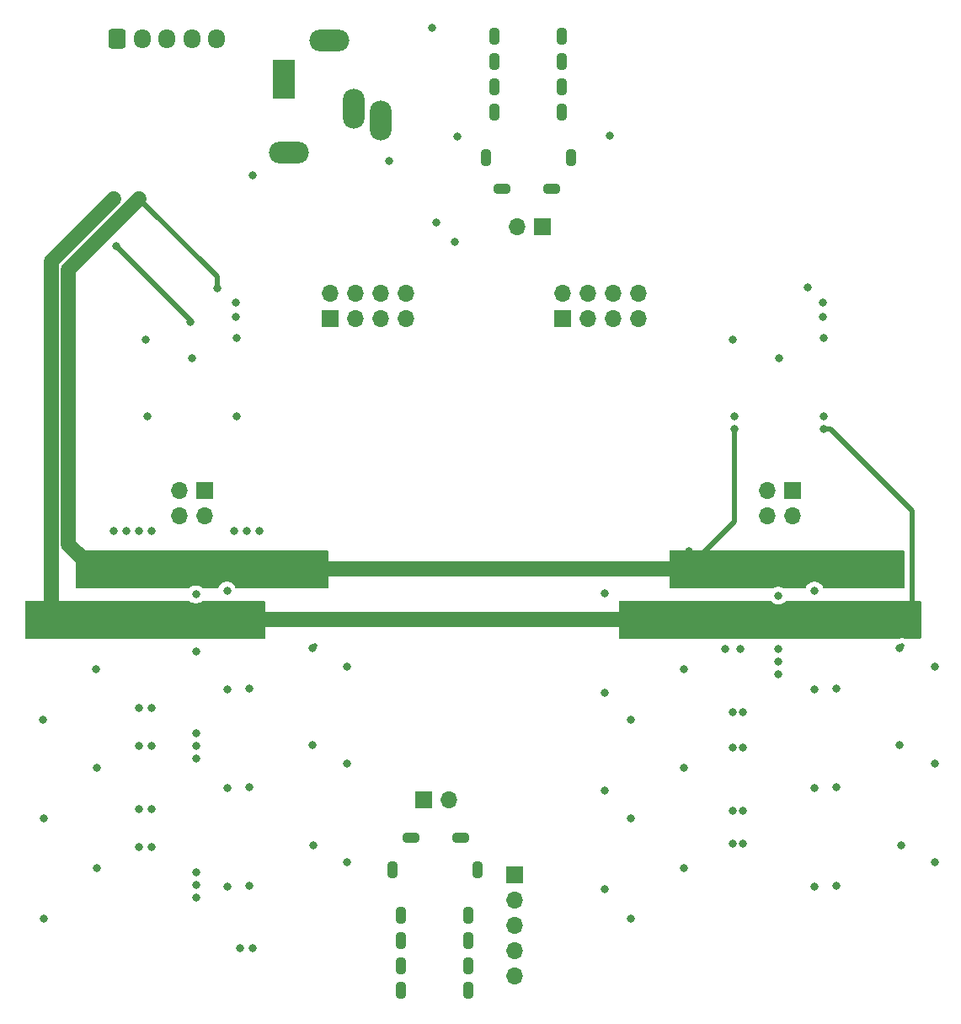
<source format=gbr>
%TF.GenerationSoftware,KiCad,Pcbnew,7.0.7*%
%TF.CreationDate,2024-01-11T22:16:13+01:00*%
%TF.ProjectId,NCBalOPHeadAmp,4e434261-6c4f-4504-9865-6164416d702e,rev?*%
%TF.SameCoordinates,Original*%
%TF.FileFunction,Copper,L3,Inr*%
%TF.FilePolarity,Positive*%
%FSLAX46Y46*%
G04 Gerber Fmt 4.6, Leading zero omitted, Abs format (unit mm)*
G04 Created by KiCad (PCBNEW 7.0.7) date 2024-01-11 22:16:13*
%MOMM*%
%LPD*%
G01*
G04 APERTURE LIST*
G04 Aperture macros list*
%AMRoundRect*
0 Rectangle with rounded corners*
0 $1 Rounding radius*
0 $2 $3 $4 $5 $6 $7 $8 $9 X,Y pos of 4 corners*
0 Add a 4 corners polygon primitive as box body*
4,1,4,$2,$3,$4,$5,$6,$7,$8,$9,$2,$3,0*
0 Add four circle primitives for the rounded corners*
1,1,$1+$1,$2,$3*
1,1,$1+$1,$4,$5*
1,1,$1+$1,$6,$7*
1,1,$1+$1,$8,$9*
0 Add four rect primitives between the rounded corners*
20,1,$1+$1,$2,$3,$4,$5,0*
20,1,$1+$1,$4,$5,$6,$7,0*
20,1,$1+$1,$6,$7,$8,$9,0*
20,1,$1+$1,$8,$9,$2,$3,0*%
G04 Aperture macros list end*
%TA.AperFunction,ComponentPad*%
%ADD10R,1.700000X1.700000*%
%TD*%
%TA.AperFunction,ComponentPad*%
%ADD11O,1.700000X1.700000*%
%TD*%
%TA.AperFunction,ComponentPad*%
%ADD12O,1.100000X1.800000*%
%TD*%
%TA.AperFunction,ComponentPad*%
%ADD13O,1.800000X1.100000*%
%TD*%
%TA.AperFunction,ComponentPad*%
%ADD14RoundRect,0.250000X-0.600000X-0.725000X0.600000X-0.725000X0.600000X0.725000X-0.600000X0.725000X0*%
%TD*%
%TA.AperFunction,ComponentPad*%
%ADD15O,1.700000X1.950000*%
%TD*%
%TA.AperFunction,ComponentPad*%
%ADD16O,2.200000X4.000000*%
%TD*%
%TA.AperFunction,ComponentPad*%
%ADD17O,4.000000X2.200000*%
%TD*%
%TA.AperFunction,ComponentPad*%
%ADD18R,2.200000X4.000000*%
%TD*%
%TA.AperFunction,ViaPad*%
%ADD19C,0.800000*%
%TD*%
%TA.AperFunction,Conductor*%
%ADD20C,0.500000*%
%TD*%
%TA.AperFunction,Conductor*%
%ADD21C,1.500000*%
%TD*%
G04 APERTURE END LIST*
D10*
%TO.N,/In_pre_R_+*%
%TO.C,J12*%
X158115000Y-79629000D03*
D11*
%TO.N,/In_R_unbal_filtered*%
X158115000Y-77089000D03*
%TO.N,/In_pre_R_+*%
X160655000Y-79629000D03*
%TO.N,/In_R+_bal_filtered*%
X160655000Y-77089000D03*
%TO.N,/In_pre_R_-*%
X163195000Y-79629000D03*
%TO.N,/In_R-_bal_filtered*%
X163195000Y-77089000D03*
%TO.N,GND*%
X165735000Y-79629000D03*
%TO.N,N/C*%
X165735000Y-77089000D03*
%TD*%
D10*
%TO.N,/Out_L_+*%
%TO.C,J6*%
X153282800Y-135524000D03*
D11*
%TO.N,/Out_L_-*%
X153282800Y-138064000D03*
%TO.N,/Out_R_+*%
X153282800Y-140604000D03*
%TO.N,/Out_R_-*%
X153282800Y-143144000D03*
%TO.N,GND*%
X153282800Y-145684000D03*
%TD*%
D12*
%TO.N,GND*%
%TO.C,J7*%
X141883800Y-147124000D03*
X148683800Y-147124000D03*
D13*
%TO.N,/Out_L_+*%
X142883800Y-131774000D03*
X147883800Y-131774000D03*
D12*
%TO.N,/Out_L_-*%
X141883800Y-139514000D03*
X148683800Y-139514000D03*
%TO.N,/Out_R_+*%
X141883800Y-142054000D03*
X148683800Y-142054000D03*
%TO.N,/Out_R_-*%
X141883800Y-144594000D03*
X148683800Y-144594000D03*
%TO.N,Net-(J9-Pin_2)*%
X149563800Y-134974000D03*
%TO.N,Net-(J9-Pin_1)*%
X141013800Y-134974000D03*
%TD*%
D14*
%TO.N,VEE*%
%TO.C,J4*%
X113364000Y-51500000D03*
D15*
X115864000Y-51500000D03*
%TO.N,GND*%
X118364000Y-51500000D03*
%TO.N,VCC*%
X120864000Y-51500000D03*
X123364000Y-51500000D03*
%TD*%
D10*
%TO.N,/In_pre_L_+*%
%TO.C,J10*%
X134757000Y-79634000D03*
D11*
%TO.N,/In_L_unbal_filtered*%
X134757000Y-77094000D03*
%TO.N,/In_pre_L_+*%
X137297000Y-79634000D03*
%TO.N,/In_L+_bal_filtered*%
X137297000Y-77094000D03*
%TO.N,/In_pre_L_-*%
X139837000Y-79634000D03*
%TO.N,/In_L-_bal_filtered*%
X139837000Y-77094000D03*
%TO.N,GND*%
X142377000Y-79634000D03*
%TO.N,N/C*%
X142377000Y-77094000D03*
%TD*%
D12*
%TO.N,GND*%
%TO.C,J1*%
X158086000Y-51250000D03*
X151286000Y-51250000D03*
D13*
%TO.N,/In_L+_bal*%
X157086000Y-66600000D03*
X152086000Y-66600000D03*
D12*
%TO.N,/In_L-_bal*%
X158086000Y-58860000D03*
X151286000Y-58860000D03*
%TO.N,/In_R+_bal*%
X158086000Y-56320000D03*
X151286000Y-56320000D03*
%TO.N,/In_R-_bal*%
X158086000Y-53780000D03*
X151286000Y-53780000D03*
%TO.N,Net-(J8-Pin_2)*%
X150406000Y-63400000D03*
%TO.N,Net-(J8-Pin_1)*%
X158956000Y-63400000D03*
%TD*%
D16*
%TO.N,/In_R_unbal*%
%TO.C,J11*%
X139889500Y-59695000D03*
%TO.N,unconnected-(J11-PadRN)*%
X137189500Y-58495000D03*
D17*
%TO.N,GND*%
X134689500Y-51695000D03*
D18*
%TO.N,/In_L_unbal*%
X130089500Y-55595000D03*
D17*
%TO.N,unconnected-(J11-PadTN)*%
X130589500Y-62895000D03*
%TD*%
D10*
%TO.N,/Out_pre_R_+*%
%TO.C,J2*%
X181229800Y-96901000D03*
D11*
%TO.N,/In_out_R_+*%
X181229800Y-99441000D03*
%TO.N,/Out_pre_R_-*%
X178689800Y-96901000D03*
%TO.N,/In_out_R_-*%
X178689800Y-99441000D03*
%TD*%
D10*
%TO.N,Net-(J8-Pin_1)*%
%TO.C,J8*%
X156086000Y-70417000D03*
D11*
%TO.N,Net-(J8-Pin_2)*%
X153546000Y-70417000D03*
%TD*%
D10*
%TO.N,/Out_pre_L_+*%
%TO.C,J5*%
X122169800Y-96901000D03*
D11*
%TO.N,/In_out_L_+*%
X122169800Y-99441000D03*
%TO.N,/Out_pre_L_-*%
X119629800Y-96901000D03*
%TO.N,/In_out_L_-*%
X119629800Y-99441000D03*
%TD*%
D10*
%TO.N,Net-(J9-Pin_1)*%
%TO.C,J9*%
X144164800Y-127957000D03*
D11*
%TO.N,Net-(J9-Pin_2)*%
X146704800Y-127957000D03*
%TD*%
D19*
%TO.N,VCC*%
X132980500Y-112712800D03*
X133107500Y-132524800D03*
X170865500Y-102992300D03*
X170357500Y-134806100D03*
X170357500Y-105088100D03*
X111286000Y-134806100D03*
X170379000Y-124773100D03*
X192151000Y-132524800D03*
X158750000Y-104775000D03*
X182753000Y-76454000D03*
X170331500Y-114867100D03*
X191829300Y-104775000D03*
X115570000Y-67564000D03*
X120871800Y-83566000D03*
X123411800Y-76581000D03*
X111307500Y-124773100D03*
X192024000Y-122491800D03*
X111286000Y-105088100D03*
X192024000Y-112712800D03*
X179892800Y-83566000D03*
X132980500Y-122491800D03*
X175403600Y-90741200D03*
X132785800Y-104775000D03*
X111260000Y-114867100D03*
%TO.N,GND*%
X176022000Y-112776000D03*
X140716000Y-63754000D03*
X125095000Y-100965000D03*
X136499800Y-114554000D03*
X126365000Y-100965000D03*
X184420600Y-89471200D03*
X179832000Y-114046000D03*
X124407700Y-126746600D03*
X115570000Y-118745000D03*
X184420600Y-81597200D03*
X115570000Y-122555000D03*
X176276000Y-122682000D03*
X127000000Y-142875000D03*
X174498000Y-112776000D03*
X179832000Y-112776000D03*
X175260000Y-119126000D03*
X176276000Y-129032000D03*
X162919500Y-61219500D03*
X175403600Y-89471200D03*
X124407700Y-136652600D03*
X121285000Y-121285000D03*
X116255600Y-81724200D03*
X121285000Y-123825000D03*
X124407700Y-116840600D03*
X183451200Y-136652600D03*
X121285000Y-135255000D03*
X116840000Y-118745000D03*
X114300000Y-100965000D03*
X115570000Y-100965000D03*
X124407700Y-106934600D03*
X195543300Y-134239000D03*
X145034000Y-50419000D03*
X175260000Y-122682000D03*
X121285000Y-136525000D03*
X121285000Y-107315000D03*
X183451200Y-106934600D03*
X127000000Y-65188500D03*
X175276600Y-81724200D03*
X176276000Y-132334000D03*
X176276000Y-119126000D03*
X115570000Y-132715000D03*
X162356500Y-117216300D03*
X136499800Y-134239000D03*
X121285000Y-137795000D03*
X116840000Y-132715000D03*
X183451200Y-116840600D03*
X147574000Y-61303500D03*
X121285000Y-122555000D03*
X175260000Y-129032000D03*
X195543300Y-114554000D03*
X183451200Y-126746600D03*
X116382600Y-89471200D03*
X125399600Y-89471200D03*
X136499800Y-124333000D03*
X125730000Y-142875000D03*
X116840000Y-122555000D03*
X175260000Y-132334000D03*
X195543300Y-124333000D03*
X162419700Y-107247100D03*
X116840000Y-100965000D03*
X113030000Y-100965000D03*
X179832000Y-115316000D03*
X162419700Y-127059100D03*
X162419700Y-136965100D03*
X116840000Y-128905000D03*
X179832000Y-107442000D03*
X125399600Y-81597200D03*
X115570000Y-128905000D03*
X127635000Y-100965000D03*
X121285000Y-113030000D03*
%TO.N,VEE*%
X105952000Y-110041100D03*
X120700600Y-79946200D03*
X113030000Y-67564000D03*
X113233200Y-72339200D03*
X110693200Y-69900800D03*
X185674000Y-136588800D03*
X185674000Y-109855000D03*
X184420600Y-90741200D03*
X165023500Y-110041100D03*
X165023500Y-139886100D03*
X185674000Y-126682800D03*
X126630500Y-126682800D03*
X105926000Y-119947100D03*
X126630500Y-116776800D03*
X165045000Y-129853100D03*
X105973500Y-129853100D03*
X142748000Y-109855000D03*
X185674000Y-116776800D03*
X126630500Y-136588800D03*
X126630500Y-109855000D03*
X105952000Y-139886100D03*
X164997500Y-119947100D03*
%TO.N,/In_R_unbal_filtered*%
X147320000Y-71882000D03*
X145415000Y-69977000D03*
%TO.N,Net-(U601B--)*%
X125316800Y-79464500D03*
X125316800Y-78015500D03*
%TO.N,Net-(U701B--)*%
X184337800Y-79464500D03*
X184337800Y-78015500D03*
%TD*%
D20*
%TO.N,VCC*%
X175403600Y-90741200D02*
X175403600Y-100042000D01*
X133234500Y-112458800D02*
X132980500Y-112712800D01*
X123411800Y-75405800D02*
X115570000Y-67564000D01*
D21*
X108458000Y-74676000D02*
X108458000Y-102260100D01*
X108458000Y-102260100D02*
X111286000Y-105088100D01*
D20*
X175403600Y-100042000D02*
X170357500Y-105088100D01*
X123411800Y-76581000D02*
X123411800Y-75405800D01*
D21*
X115570000Y-67564000D02*
X108458000Y-74676000D01*
X170044400Y-104775000D02*
X170357500Y-105088100D01*
X158750000Y-104775000D02*
X170044400Y-104775000D01*
X132785800Y-104775000D02*
X158750000Y-104775000D01*
D20*
X192278000Y-112458800D02*
X192024000Y-112712800D01*
D21*
%TO.N,VEE*%
X164837400Y-109855000D02*
X165023500Y-110041100D01*
X106758000Y-108507000D02*
X105791000Y-109474000D01*
D20*
X185102200Y-90741200D02*
X193294000Y-98933000D01*
D21*
X106758000Y-73836000D02*
X106758000Y-108507000D01*
X110693200Y-69900800D02*
X106758000Y-73836000D01*
D20*
X120700600Y-79946200D02*
X120700600Y-79806600D01*
D21*
X126630500Y-109855000D02*
X142748000Y-109855000D01*
X142748000Y-109855000D02*
X164837400Y-109855000D01*
D20*
X184420600Y-90741200D02*
X185102200Y-90741200D01*
D21*
X113030000Y-67564000D02*
X110693200Y-69900800D01*
D20*
X120700600Y-79806600D02*
X113233200Y-72339200D01*
X193294000Y-98933000D02*
X193294000Y-108712000D01*
%TD*%
%TA.AperFunction,Conductor*%
%TO.N,VEE*%
G36*
X179089494Y-107969685D02*
G01*
X179114603Y-107991026D01*
X179189313Y-108074000D01*
X179226129Y-108114888D01*
X179379265Y-108226148D01*
X179379270Y-108226151D01*
X179552192Y-108303142D01*
X179552197Y-108303144D01*
X179737354Y-108342500D01*
X179737355Y-108342500D01*
X179926644Y-108342500D01*
X179926646Y-108342500D01*
X180111803Y-108303144D01*
X180284730Y-108226151D01*
X180437871Y-108114888D01*
X180549395Y-107991027D01*
X180608882Y-107954379D01*
X180641545Y-107950000D01*
X194059000Y-107950000D01*
X194126039Y-107969685D01*
X194171794Y-108022489D01*
X194183000Y-108074000D01*
X194183000Y-111636000D01*
X194163315Y-111703039D01*
X194110511Y-111748794D01*
X194059000Y-111760000D01*
X192575482Y-111760000D01*
X192529701Y-111751239D01*
X192473569Y-111728939D01*
X192473567Y-111728938D01*
X192473566Y-111728938D01*
X192473564Y-111728937D01*
X192473562Y-111728937D01*
X192299971Y-111703510D01*
X192125203Y-111718801D01*
X192038467Y-111747542D01*
X192019866Y-111753706D01*
X191980864Y-111760000D01*
X163954000Y-111760000D01*
X163886961Y-111740315D01*
X163841206Y-111687511D01*
X163830000Y-111636000D01*
X163830000Y-108074000D01*
X163849685Y-108006961D01*
X163902489Y-107961206D01*
X163954000Y-107950000D01*
X179022455Y-107950000D01*
X179089494Y-107969685D01*
G37*
%TD.AperFunction*%
%TD*%
%TA.AperFunction,Conductor*%
%TO.N,VCC*%
G36*
X192475039Y-102889685D02*
G01*
X192520794Y-102942489D01*
X192532000Y-102994000D01*
X192532000Y-106556000D01*
X192512315Y-106623039D01*
X192459511Y-106668794D01*
X192408000Y-106680000D01*
X184405408Y-106680000D01*
X184338369Y-106660315D01*
X184292614Y-106607511D01*
X184287477Y-106594317D01*
X184278379Y-106566316D01*
X184183733Y-106402384D01*
X184057071Y-106261712D01*
X184057070Y-106261711D01*
X183903934Y-106150451D01*
X183903929Y-106150448D01*
X183731007Y-106073457D01*
X183731002Y-106073455D01*
X183585201Y-106042465D01*
X183545846Y-106034100D01*
X183356554Y-106034100D01*
X183324097Y-106040998D01*
X183171397Y-106073455D01*
X183171392Y-106073457D01*
X182998470Y-106150448D01*
X182998465Y-106150451D01*
X182845329Y-106261711D01*
X182718667Y-106402384D01*
X182638349Y-106541500D01*
X182624020Y-106566318D01*
X182614923Y-106594317D01*
X182575487Y-106651993D01*
X182511128Y-106679192D01*
X182496992Y-106680000D01*
X180355509Y-106680000D01*
X180290471Y-106660902D01*
X180290359Y-106661098D01*
X180289554Y-106660633D01*
X180288470Y-106660315D01*
X180285577Y-106658337D01*
X180284733Y-106657850D01*
X180111807Y-106580857D01*
X180111802Y-106580855D01*
X179966000Y-106549865D01*
X179926646Y-106541500D01*
X179737354Y-106541500D01*
X179704897Y-106548398D01*
X179552197Y-106580855D01*
X179552192Y-106580857D01*
X179379266Y-106657850D01*
X179373641Y-106661098D01*
X179372674Y-106659424D01*
X179315561Y-106679798D01*
X179308491Y-106680000D01*
X169034000Y-106680000D01*
X168966961Y-106660315D01*
X168921206Y-106607511D01*
X168910000Y-106556000D01*
X168910000Y-102994000D01*
X168929685Y-102926961D01*
X168982489Y-102881206D01*
X169034000Y-102870000D01*
X192408000Y-102870000D01*
X192475039Y-102889685D01*
G37*
%TD.AperFunction*%
%TD*%
%TA.AperFunction,Conductor*%
%TO.N,VCC*%
G36*
X134563039Y-102889685D02*
G01*
X134608794Y-102942489D01*
X134620000Y-102994000D01*
X134620000Y-106556000D01*
X134600315Y-106623039D01*
X134547511Y-106668794D01*
X134496000Y-106680000D01*
X125361908Y-106680000D01*
X125294869Y-106660315D01*
X125249114Y-106607511D01*
X125243977Y-106594317D01*
X125234879Y-106566316D01*
X125140233Y-106402384D01*
X125013571Y-106261712D01*
X125013570Y-106261711D01*
X124860434Y-106150451D01*
X124860429Y-106150448D01*
X124687507Y-106073457D01*
X124687502Y-106073455D01*
X124541701Y-106042465D01*
X124502346Y-106034100D01*
X124313054Y-106034100D01*
X124280597Y-106040998D01*
X124127897Y-106073455D01*
X124127892Y-106073457D01*
X123954970Y-106150448D01*
X123954965Y-106150451D01*
X123801829Y-106261711D01*
X123675166Y-106402385D01*
X123580520Y-106566318D01*
X123571423Y-106594317D01*
X123531987Y-106651993D01*
X123467628Y-106679192D01*
X123453492Y-106680000D01*
X121980194Y-106680000D01*
X121913155Y-106660315D01*
X121896194Y-106645901D01*
X121895695Y-106646456D01*
X121890864Y-106642106D01*
X121737734Y-106530851D01*
X121737729Y-106530848D01*
X121564807Y-106453857D01*
X121564802Y-106453855D01*
X121419000Y-106422865D01*
X121379646Y-106414500D01*
X121190354Y-106414500D01*
X121157897Y-106421398D01*
X121005197Y-106453855D01*
X121005192Y-106453857D01*
X120832270Y-106530848D01*
X120832265Y-106530851D01*
X120679135Y-106642106D01*
X120674305Y-106646456D01*
X120672702Y-106644676D01*
X120622457Y-106675624D01*
X120589806Y-106680000D01*
X109344000Y-106680000D01*
X109276961Y-106660315D01*
X109231206Y-106607511D01*
X109220000Y-106556000D01*
X109220000Y-102994000D01*
X109239685Y-102926961D01*
X109292489Y-102881206D01*
X109344000Y-102870000D01*
X134496000Y-102870000D01*
X134563039Y-102889685D01*
G37*
%TD.AperFunction*%
%TD*%
%TA.AperFunction,Conductor*%
%TO.N,VEE*%
G36*
X120656845Y-107969685D02*
G01*
X120673805Y-107984098D01*
X120674305Y-107983544D01*
X120679135Y-107987893D01*
X120832265Y-108099148D01*
X120832270Y-108099151D01*
X121005192Y-108176142D01*
X121005197Y-108176144D01*
X121190354Y-108215500D01*
X121190355Y-108215500D01*
X121379644Y-108215500D01*
X121379646Y-108215500D01*
X121564803Y-108176144D01*
X121737730Y-108099151D01*
X121890871Y-107987888D01*
X121890877Y-107987881D01*
X121895695Y-107983544D01*
X121897297Y-107985323D01*
X121947543Y-107954376D01*
X121980194Y-107950000D01*
X128146000Y-107950000D01*
X128213039Y-107969685D01*
X128258794Y-108022489D01*
X128270000Y-108074000D01*
X128270000Y-111636000D01*
X128250315Y-111703039D01*
X128197511Y-111748794D01*
X128146000Y-111760000D01*
X104264000Y-111760000D01*
X104196961Y-111740315D01*
X104151206Y-111687511D01*
X104140000Y-111636000D01*
X104140000Y-108074000D01*
X104159685Y-108006961D01*
X104212489Y-107961206D01*
X104264000Y-107950000D01*
X120589806Y-107950000D01*
X120656845Y-107969685D01*
G37*
%TD.AperFunction*%
%TD*%
M02*

</source>
